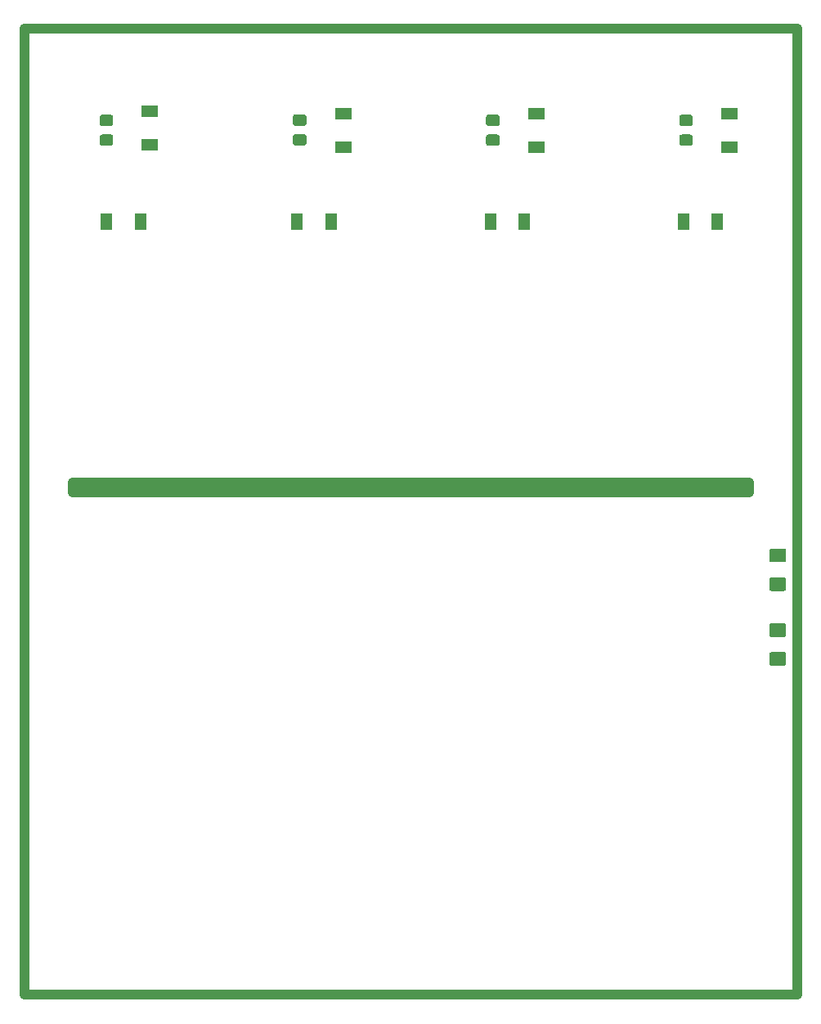
<source format=gbr>
%TF.GenerationSoftware,KiCad,Pcbnew,(5.1.0)-1*%
%TF.CreationDate,2019-09-30T23:49:38+02:00*%
%TF.ProjectId,KicadJE_SympleSeq,4b696361-644a-4455-9f53-796d706c6553,Rev A*%
%TF.SameCoordinates,Original*%
%TF.FileFunction,Paste,Bot*%
%TF.FilePolarity,Positive*%
%FSLAX46Y46*%
G04 Gerber Fmt 4.6, Leading zero omitted, Abs format (unit mm)*
G04 Created by KiCad (PCBNEW (5.1.0)-1) date 2019-09-30 23:49:38*
%MOMM*%
%LPD*%
G04 APERTURE LIST*
%ADD10C,1.000000*%
%ADD11C,0.150000*%
%ADD12C,1.425000*%
%ADD13C,1.150000*%
%ADD14R,1.700000X1.300000*%
%ADD15R,1.300000X1.700000*%
G04 APERTURE END LIST*
D10*
X105000000Y-96950000D02*
X105000000Y-97950000D01*
X175000000Y-96950000D02*
X175000000Y-97950000D01*
X105000000Y-96950000D02*
X175000000Y-96950000D01*
X175000000Y-97950000D02*
X105000000Y-97950000D01*
X180000000Y-50000000D02*
X100000000Y-50000000D01*
X180000000Y-150000000D02*
X180000000Y-50000000D01*
X100000000Y-150000000D02*
X180000000Y-150000000D01*
X100000000Y-50000000D02*
X100000000Y-150000000D01*
D11*
G36*
X178649504Y-103801204D02*
G01*
X178673773Y-103804804D01*
X178697571Y-103810765D01*
X178720671Y-103819030D01*
X178742849Y-103829520D01*
X178763893Y-103842133D01*
X178783598Y-103856747D01*
X178801777Y-103873223D01*
X178818253Y-103891402D01*
X178832867Y-103911107D01*
X178845480Y-103932151D01*
X178855970Y-103954329D01*
X178864235Y-103977429D01*
X178870196Y-104001227D01*
X178873796Y-104025496D01*
X178875000Y-104050000D01*
X178875000Y-104975000D01*
X178873796Y-104999504D01*
X178870196Y-105023773D01*
X178864235Y-105047571D01*
X178855970Y-105070671D01*
X178845480Y-105092849D01*
X178832867Y-105113893D01*
X178818253Y-105133598D01*
X178801777Y-105151777D01*
X178783598Y-105168253D01*
X178763893Y-105182867D01*
X178742849Y-105195480D01*
X178720671Y-105205970D01*
X178697571Y-105214235D01*
X178673773Y-105220196D01*
X178649504Y-105223796D01*
X178625000Y-105225000D01*
X177375000Y-105225000D01*
X177350496Y-105223796D01*
X177326227Y-105220196D01*
X177302429Y-105214235D01*
X177279329Y-105205970D01*
X177257151Y-105195480D01*
X177236107Y-105182867D01*
X177216402Y-105168253D01*
X177198223Y-105151777D01*
X177181747Y-105133598D01*
X177167133Y-105113893D01*
X177154520Y-105092849D01*
X177144030Y-105070671D01*
X177135765Y-105047571D01*
X177129804Y-105023773D01*
X177126204Y-104999504D01*
X177125000Y-104975000D01*
X177125000Y-104050000D01*
X177126204Y-104025496D01*
X177129804Y-104001227D01*
X177135765Y-103977429D01*
X177144030Y-103954329D01*
X177154520Y-103932151D01*
X177167133Y-103911107D01*
X177181747Y-103891402D01*
X177198223Y-103873223D01*
X177216402Y-103856747D01*
X177236107Y-103842133D01*
X177257151Y-103829520D01*
X177279329Y-103819030D01*
X177302429Y-103810765D01*
X177326227Y-103804804D01*
X177350496Y-103801204D01*
X177375000Y-103800000D01*
X178625000Y-103800000D01*
X178649504Y-103801204D01*
X178649504Y-103801204D01*
G37*
D12*
X178000000Y-104512500D03*
D11*
G36*
X178649504Y-106776204D02*
G01*
X178673773Y-106779804D01*
X178697571Y-106785765D01*
X178720671Y-106794030D01*
X178742849Y-106804520D01*
X178763893Y-106817133D01*
X178783598Y-106831747D01*
X178801777Y-106848223D01*
X178818253Y-106866402D01*
X178832867Y-106886107D01*
X178845480Y-106907151D01*
X178855970Y-106929329D01*
X178864235Y-106952429D01*
X178870196Y-106976227D01*
X178873796Y-107000496D01*
X178875000Y-107025000D01*
X178875000Y-107950000D01*
X178873796Y-107974504D01*
X178870196Y-107998773D01*
X178864235Y-108022571D01*
X178855970Y-108045671D01*
X178845480Y-108067849D01*
X178832867Y-108088893D01*
X178818253Y-108108598D01*
X178801777Y-108126777D01*
X178783598Y-108143253D01*
X178763893Y-108157867D01*
X178742849Y-108170480D01*
X178720671Y-108180970D01*
X178697571Y-108189235D01*
X178673773Y-108195196D01*
X178649504Y-108198796D01*
X178625000Y-108200000D01*
X177375000Y-108200000D01*
X177350496Y-108198796D01*
X177326227Y-108195196D01*
X177302429Y-108189235D01*
X177279329Y-108180970D01*
X177257151Y-108170480D01*
X177236107Y-108157867D01*
X177216402Y-108143253D01*
X177198223Y-108126777D01*
X177181747Y-108108598D01*
X177167133Y-108088893D01*
X177154520Y-108067849D01*
X177144030Y-108045671D01*
X177135765Y-108022571D01*
X177129804Y-107998773D01*
X177126204Y-107974504D01*
X177125000Y-107950000D01*
X177125000Y-107025000D01*
X177126204Y-107000496D01*
X177129804Y-106976227D01*
X177135765Y-106952429D01*
X177144030Y-106929329D01*
X177154520Y-106907151D01*
X177167133Y-106886107D01*
X177181747Y-106866402D01*
X177198223Y-106848223D01*
X177216402Y-106831747D01*
X177236107Y-106817133D01*
X177257151Y-106804520D01*
X177279329Y-106794030D01*
X177302429Y-106785765D01*
X177326227Y-106779804D01*
X177350496Y-106776204D01*
X177375000Y-106775000D01*
X178625000Y-106775000D01*
X178649504Y-106776204D01*
X178649504Y-106776204D01*
G37*
D12*
X178000000Y-107487500D03*
D11*
G36*
X178649504Y-111551204D02*
G01*
X178673773Y-111554804D01*
X178697571Y-111560765D01*
X178720671Y-111569030D01*
X178742849Y-111579520D01*
X178763893Y-111592133D01*
X178783598Y-111606747D01*
X178801777Y-111623223D01*
X178818253Y-111641402D01*
X178832867Y-111661107D01*
X178845480Y-111682151D01*
X178855970Y-111704329D01*
X178864235Y-111727429D01*
X178870196Y-111751227D01*
X178873796Y-111775496D01*
X178875000Y-111800000D01*
X178875000Y-112725000D01*
X178873796Y-112749504D01*
X178870196Y-112773773D01*
X178864235Y-112797571D01*
X178855970Y-112820671D01*
X178845480Y-112842849D01*
X178832867Y-112863893D01*
X178818253Y-112883598D01*
X178801777Y-112901777D01*
X178783598Y-112918253D01*
X178763893Y-112932867D01*
X178742849Y-112945480D01*
X178720671Y-112955970D01*
X178697571Y-112964235D01*
X178673773Y-112970196D01*
X178649504Y-112973796D01*
X178625000Y-112975000D01*
X177375000Y-112975000D01*
X177350496Y-112973796D01*
X177326227Y-112970196D01*
X177302429Y-112964235D01*
X177279329Y-112955970D01*
X177257151Y-112945480D01*
X177236107Y-112932867D01*
X177216402Y-112918253D01*
X177198223Y-112901777D01*
X177181747Y-112883598D01*
X177167133Y-112863893D01*
X177154520Y-112842849D01*
X177144030Y-112820671D01*
X177135765Y-112797571D01*
X177129804Y-112773773D01*
X177126204Y-112749504D01*
X177125000Y-112725000D01*
X177125000Y-111800000D01*
X177126204Y-111775496D01*
X177129804Y-111751227D01*
X177135765Y-111727429D01*
X177144030Y-111704329D01*
X177154520Y-111682151D01*
X177167133Y-111661107D01*
X177181747Y-111641402D01*
X177198223Y-111623223D01*
X177216402Y-111606747D01*
X177236107Y-111592133D01*
X177257151Y-111579520D01*
X177279329Y-111569030D01*
X177302429Y-111560765D01*
X177326227Y-111554804D01*
X177350496Y-111551204D01*
X177375000Y-111550000D01*
X178625000Y-111550000D01*
X178649504Y-111551204D01*
X178649504Y-111551204D01*
G37*
D12*
X178000000Y-112262500D03*
D11*
G36*
X178649504Y-114526204D02*
G01*
X178673773Y-114529804D01*
X178697571Y-114535765D01*
X178720671Y-114544030D01*
X178742849Y-114554520D01*
X178763893Y-114567133D01*
X178783598Y-114581747D01*
X178801777Y-114598223D01*
X178818253Y-114616402D01*
X178832867Y-114636107D01*
X178845480Y-114657151D01*
X178855970Y-114679329D01*
X178864235Y-114702429D01*
X178870196Y-114726227D01*
X178873796Y-114750496D01*
X178875000Y-114775000D01*
X178875000Y-115700000D01*
X178873796Y-115724504D01*
X178870196Y-115748773D01*
X178864235Y-115772571D01*
X178855970Y-115795671D01*
X178845480Y-115817849D01*
X178832867Y-115838893D01*
X178818253Y-115858598D01*
X178801777Y-115876777D01*
X178783598Y-115893253D01*
X178763893Y-115907867D01*
X178742849Y-115920480D01*
X178720671Y-115930970D01*
X178697571Y-115939235D01*
X178673773Y-115945196D01*
X178649504Y-115948796D01*
X178625000Y-115950000D01*
X177375000Y-115950000D01*
X177350496Y-115948796D01*
X177326227Y-115945196D01*
X177302429Y-115939235D01*
X177279329Y-115930970D01*
X177257151Y-115920480D01*
X177236107Y-115907867D01*
X177216402Y-115893253D01*
X177198223Y-115876777D01*
X177181747Y-115858598D01*
X177167133Y-115838893D01*
X177154520Y-115817849D01*
X177144030Y-115795671D01*
X177135765Y-115772571D01*
X177129804Y-115748773D01*
X177126204Y-115724504D01*
X177125000Y-115700000D01*
X177125000Y-114775000D01*
X177126204Y-114750496D01*
X177129804Y-114726227D01*
X177135765Y-114702429D01*
X177144030Y-114679329D01*
X177154520Y-114657151D01*
X177167133Y-114636107D01*
X177181747Y-114616402D01*
X177198223Y-114598223D01*
X177216402Y-114581747D01*
X177236107Y-114567133D01*
X177257151Y-114554520D01*
X177279329Y-114544030D01*
X177302429Y-114535765D01*
X177326227Y-114529804D01*
X177350496Y-114526204D01*
X177375000Y-114525000D01*
X178625000Y-114525000D01*
X178649504Y-114526204D01*
X178649504Y-114526204D01*
G37*
D12*
X178000000Y-115237500D03*
D11*
G36*
X108974505Y-60951204D02*
G01*
X108998773Y-60954804D01*
X109022572Y-60960765D01*
X109045671Y-60969030D01*
X109067850Y-60979520D01*
X109088893Y-60992132D01*
X109108599Y-61006747D01*
X109126777Y-61023223D01*
X109143253Y-61041401D01*
X109157868Y-61061107D01*
X109170480Y-61082150D01*
X109180970Y-61104329D01*
X109189235Y-61127428D01*
X109195196Y-61151227D01*
X109198796Y-61175495D01*
X109200000Y-61199999D01*
X109200000Y-61850001D01*
X109198796Y-61874505D01*
X109195196Y-61898773D01*
X109189235Y-61922572D01*
X109180970Y-61945671D01*
X109170480Y-61967850D01*
X109157868Y-61988893D01*
X109143253Y-62008599D01*
X109126777Y-62026777D01*
X109108599Y-62043253D01*
X109088893Y-62057868D01*
X109067850Y-62070480D01*
X109045671Y-62080970D01*
X109022572Y-62089235D01*
X108998773Y-62095196D01*
X108974505Y-62098796D01*
X108950001Y-62100000D01*
X108049999Y-62100000D01*
X108025495Y-62098796D01*
X108001227Y-62095196D01*
X107977428Y-62089235D01*
X107954329Y-62080970D01*
X107932150Y-62070480D01*
X107911107Y-62057868D01*
X107891401Y-62043253D01*
X107873223Y-62026777D01*
X107856747Y-62008599D01*
X107842132Y-61988893D01*
X107829520Y-61967850D01*
X107819030Y-61945671D01*
X107810765Y-61922572D01*
X107804804Y-61898773D01*
X107801204Y-61874505D01*
X107800000Y-61850001D01*
X107800000Y-61199999D01*
X107801204Y-61175495D01*
X107804804Y-61151227D01*
X107810765Y-61127428D01*
X107819030Y-61104329D01*
X107829520Y-61082150D01*
X107842132Y-61061107D01*
X107856747Y-61041401D01*
X107873223Y-61023223D01*
X107891401Y-61006747D01*
X107911107Y-60992132D01*
X107932150Y-60979520D01*
X107954329Y-60969030D01*
X107977428Y-60960765D01*
X108001227Y-60954804D01*
X108025495Y-60951204D01*
X108049999Y-60950000D01*
X108950001Y-60950000D01*
X108974505Y-60951204D01*
X108974505Y-60951204D01*
G37*
D13*
X108500000Y-61525000D03*
D11*
G36*
X108974505Y-58901204D02*
G01*
X108998773Y-58904804D01*
X109022572Y-58910765D01*
X109045671Y-58919030D01*
X109067850Y-58929520D01*
X109088893Y-58942132D01*
X109108599Y-58956747D01*
X109126777Y-58973223D01*
X109143253Y-58991401D01*
X109157868Y-59011107D01*
X109170480Y-59032150D01*
X109180970Y-59054329D01*
X109189235Y-59077428D01*
X109195196Y-59101227D01*
X109198796Y-59125495D01*
X109200000Y-59149999D01*
X109200000Y-59800001D01*
X109198796Y-59824505D01*
X109195196Y-59848773D01*
X109189235Y-59872572D01*
X109180970Y-59895671D01*
X109170480Y-59917850D01*
X109157868Y-59938893D01*
X109143253Y-59958599D01*
X109126777Y-59976777D01*
X109108599Y-59993253D01*
X109088893Y-60007868D01*
X109067850Y-60020480D01*
X109045671Y-60030970D01*
X109022572Y-60039235D01*
X108998773Y-60045196D01*
X108974505Y-60048796D01*
X108950001Y-60050000D01*
X108049999Y-60050000D01*
X108025495Y-60048796D01*
X108001227Y-60045196D01*
X107977428Y-60039235D01*
X107954329Y-60030970D01*
X107932150Y-60020480D01*
X107911107Y-60007868D01*
X107891401Y-59993253D01*
X107873223Y-59976777D01*
X107856747Y-59958599D01*
X107842132Y-59938893D01*
X107829520Y-59917850D01*
X107819030Y-59895671D01*
X107810765Y-59872572D01*
X107804804Y-59848773D01*
X107801204Y-59824505D01*
X107800000Y-59800001D01*
X107800000Y-59149999D01*
X107801204Y-59125495D01*
X107804804Y-59101227D01*
X107810765Y-59077428D01*
X107819030Y-59054329D01*
X107829520Y-59032150D01*
X107842132Y-59011107D01*
X107856747Y-58991401D01*
X107873223Y-58973223D01*
X107891401Y-58956747D01*
X107911107Y-58942132D01*
X107932150Y-58929520D01*
X107954329Y-58919030D01*
X107977428Y-58910765D01*
X108001227Y-58904804D01*
X108025495Y-58901204D01*
X108049999Y-58900000D01*
X108950001Y-58900000D01*
X108974505Y-58901204D01*
X108974505Y-58901204D01*
G37*
D13*
X108500000Y-59475000D03*
D11*
G36*
X128974505Y-58876204D02*
G01*
X128998773Y-58879804D01*
X129022572Y-58885765D01*
X129045671Y-58894030D01*
X129067850Y-58904520D01*
X129088893Y-58917132D01*
X129108599Y-58931747D01*
X129126777Y-58948223D01*
X129143253Y-58966401D01*
X129157868Y-58986107D01*
X129170480Y-59007150D01*
X129180970Y-59029329D01*
X129189235Y-59052428D01*
X129195196Y-59076227D01*
X129198796Y-59100495D01*
X129200000Y-59124999D01*
X129200000Y-59775001D01*
X129198796Y-59799505D01*
X129195196Y-59823773D01*
X129189235Y-59847572D01*
X129180970Y-59870671D01*
X129170480Y-59892850D01*
X129157868Y-59913893D01*
X129143253Y-59933599D01*
X129126777Y-59951777D01*
X129108599Y-59968253D01*
X129088893Y-59982868D01*
X129067850Y-59995480D01*
X129045671Y-60005970D01*
X129022572Y-60014235D01*
X128998773Y-60020196D01*
X128974505Y-60023796D01*
X128950001Y-60025000D01*
X128049999Y-60025000D01*
X128025495Y-60023796D01*
X128001227Y-60020196D01*
X127977428Y-60014235D01*
X127954329Y-60005970D01*
X127932150Y-59995480D01*
X127911107Y-59982868D01*
X127891401Y-59968253D01*
X127873223Y-59951777D01*
X127856747Y-59933599D01*
X127842132Y-59913893D01*
X127829520Y-59892850D01*
X127819030Y-59870671D01*
X127810765Y-59847572D01*
X127804804Y-59823773D01*
X127801204Y-59799505D01*
X127800000Y-59775001D01*
X127800000Y-59124999D01*
X127801204Y-59100495D01*
X127804804Y-59076227D01*
X127810765Y-59052428D01*
X127819030Y-59029329D01*
X127829520Y-59007150D01*
X127842132Y-58986107D01*
X127856747Y-58966401D01*
X127873223Y-58948223D01*
X127891401Y-58931747D01*
X127911107Y-58917132D01*
X127932150Y-58904520D01*
X127954329Y-58894030D01*
X127977428Y-58885765D01*
X128001227Y-58879804D01*
X128025495Y-58876204D01*
X128049999Y-58875000D01*
X128950001Y-58875000D01*
X128974505Y-58876204D01*
X128974505Y-58876204D01*
G37*
D13*
X128500000Y-59450000D03*
D11*
G36*
X128974505Y-60926204D02*
G01*
X128998773Y-60929804D01*
X129022572Y-60935765D01*
X129045671Y-60944030D01*
X129067850Y-60954520D01*
X129088893Y-60967132D01*
X129108599Y-60981747D01*
X129126777Y-60998223D01*
X129143253Y-61016401D01*
X129157868Y-61036107D01*
X129170480Y-61057150D01*
X129180970Y-61079329D01*
X129189235Y-61102428D01*
X129195196Y-61126227D01*
X129198796Y-61150495D01*
X129200000Y-61174999D01*
X129200000Y-61825001D01*
X129198796Y-61849505D01*
X129195196Y-61873773D01*
X129189235Y-61897572D01*
X129180970Y-61920671D01*
X129170480Y-61942850D01*
X129157868Y-61963893D01*
X129143253Y-61983599D01*
X129126777Y-62001777D01*
X129108599Y-62018253D01*
X129088893Y-62032868D01*
X129067850Y-62045480D01*
X129045671Y-62055970D01*
X129022572Y-62064235D01*
X128998773Y-62070196D01*
X128974505Y-62073796D01*
X128950001Y-62075000D01*
X128049999Y-62075000D01*
X128025495Y-62073796D01*
X128001227Y-62070196D01*
X127977428Y-62064235D01*
X127954329Y-62055970D01*
X127932150Y-62045480D01*
X127911107Y-62032868D01*
X127891401Y-62018253D01*
X127873223Y-62001777D01*
X127856747Y-61983599D01*
X127842132Y-61963893D01*
X127829520Y-61942850D01*
X127819030Y-61920671D01*
X127810765Y-61897572D01*
X127804804Y-61873773D01*
X127801204Y-61849505D01*
X127800000Y-61825001D01*
X127800000Y-61174999D01*
X127801204Y-61150495D01*
X127804804Y-61126227D01*
X127810765Y-61102428D01*
X127819030Y-61079329D01*
X127829520Y-61057150D01*
X127842132Y-61036107D01*
X127856747Y-61016401D01*
X127873223Y-60998223D01*
X127891401Y-60981747D01*
X127911107Y-60967132D01*
X127932150Y-60954520D01*
X127954329Y-60944030D01*
X127977428Y-60935765D01*
X128001227Y-60929804D01*
X128025495Y-60926204D01*
X128049999Y-60925000D01*
X128950001Y-60925000D01*
X128974505Y-60926204D01*
X128974505Y-60926204D01*
G37*
D13*
X128500000Y-61500000D03*
D11*
G36*
X148974505Y-60951204D02*
G01*
X148998773Y-60954804D01*
X149022572Y-60960765D01*
X149045671Y-60969030D01*
X149067850Y-60979520D01*
X149088893Y-60992132D01*
X149108599Y-61006747D01*
X149126777Y-61023223D01*
X149143253Y-61041401D01*
X149157868Y-61061107D01*
X149170480Y-61082150D01*
X149180970Y-61104329D01*
X149189235Y-61127428D01*
X149195196Y-61151227D01*
X149198796Y-61175495D01*
X149200000Y-61199999D01*
X149200000Y-61850001D01*
X149198796Y-61874505D01*
X149195196Y-61898773D01*
X149189235Y-61922572D01*
X149180970Y-61945671D01*
X149170480Y-61967850D01*
X149157868Y-61988893D01*
X149143253Y-62008599D01*
X149126777Y-62026777D01*
X149108599Y-62043253D01*
X149088893Y-62057868D01*
X149067850Y-62070480D01*
X149045671Y-62080970D01*
X149022572Y-62089235D01*
X148998773Y-62095196D01*
X148974505Y-62098796D01*
X148950001Y-62100000D01*
X148049999Y-62100000D01*
X148025495Y-62098796D01*
X148001227Y-62095196D01*
X147977428Y-62089235D01*
X147954329Y-62080970D01*
X147932150Y-62070480D01*
X147911107Y-62057868D01*
X147891401Y-62043253D01*
X147873223Y-62026777D01*
X147856747Y-62008599D01*
X147842132Y-61988893D01*
X147829520Y-61967850D01*
X147819030Y-61945671D01*
X147810765Y-61922572D01*
X147804804Y-61898773D01*
X147801204Y-61874505D01*
X147800000Y-61850001D01*
X147800000Y-61199999D01*
X147801204Y-61175495D01*
X147804804Y-61151227D01*
X147810765Y-61127428D01*
X147819030Y-61104329D01*
X147829520Y-61082150D01*
X147842132Y-61061107D01*
X147856747Y-61041401D01*
X147873223Y-61023223D01*
X147891401Y-61006747D01*
X147911107Y-60992132D01*
X147932150Y-60979520D01*
X147954329Y-60969030D01*
X147977428Y-60960765D01*
X148001227Y-60954804D01*
X148025495Y-60951204D01*
X148049999Y-60950000D01*
X148950001Y-60950000D01*
X148974505Y-60951204D01*
X148974505Y-60951204D01*
G37*
D13*
X148500000Y-61525000D03*
D11*
G36*
X148974505Y-58901204D02*
G01*
X148998773Y-58904804D01*
X149022572Y-58910765D01*
X149045671Y-58919030D01*
X149067850Y-58929520D01*
X149088893Y-58942132D01*
X149108599Y-58956747D01*
X149126777Y-58973223D01*
X149143253Y-58991401D01*
X149157868Y-59011107D01*
X149170480Y-59032150D01*
X149180970Y-59054329D01*
X149189235Y-59077428D01*
X149195196Y-59101227D01*
X149198796Y-59125495D01*
X149200000Y-59149999D01*
X149200000Y-59800001D01*
X149198796Y-59824505D01*
X149195196Y-59848773D01*
X149189235Y-59872572D01*
X149180970Y-59895671D01*
X149170480Y-59917850D01*
X149157868Y-59938893D01*
X149143253Y-59958599D01*
X149126777Y-59976777D01*
X149108599Y-59993253D01*
X149088893Y-60007868D01*
X149067850Y-60020480D01*
X149045671Y-60030970D01*
X149022572Y-60039235D01*
X148998773Y-60045196D01*
X148974505Y-60048796D01*
X148950001Y-60050000D01*
X148049999Y-60050000D01*
X148025495Y-60048796D01*
X148001227Y-60045196D01*
X147977428Y-60039235D01*
X147954329Y-60030970D01*
X147932150Y-60020480D01*
X147911107Y-60007868D01*
X147891401Y-59993253D01*
X147873223Y-59976777D01*
X147856747Y-59958599D01*
X147842132Y-59938893D01*
X147829520Y-59917850D01*
X147819030Y-59895671D01*
X147810765Y-59872572D01*
X147804804Y-59848773D01*
X147801204Y-59824505D01*
X147800000Y-59800001D01*
X147800000Y-59149999D01*
X147801204Y-59125495D01*
X147804804Y-59101227D01*
X147810765Y-59077428D01*
X147819030Y-59054329D01*
X147829520Y-59032150D01*
X147842132Y-59011107D01*
X147856747Y-58991401D01*
X147873223Y-58973223D01*
X147891401Y-58956747D01*
X147911107Y-58942132D01*
X147932150Y-58929520D01*
X147954329Y-58919030D01*
X147977428Y-58910765D01*
X148001227Y-58904804D01*
X148025495Y-58901204D01*
X148049999Y-58900000D01*
X148950001Y-58900000D01*
X148974505Y-58901204D01*
X148974505Y-58901204D01*
G37*
D13*
X148500000Y-59475000D03*
D11*
G36*
X168974505Y-58901204D02*
G01*
X168998773Y-58904804D01*
X169022572Y-58910765D01*
X169045671Y-58919030D01*
X169067850Y-58929520D01*
X169088893Y-58942132D01*
X169108599Y-58956747D01*
X169126777Y-58973223D01*
X169143253Y-58991401D01*
X169157868Y-59011107D01*
X169170480Y-59032150D01*
X169180970Y-59054329D01*
X169189235Y-59077428D01*
X169195196Y-59101227D01*
X169198796Y-59125495D01*
X169200000Y-59149999D01*
X169200000Y-59800001D01*
X169198796Y-59824505D01*
X169195196Y-59848773D01*
X169189235Y-59872572D01*
X169180970Y-59895671D01*
X169170480Y-59917850D01*
X169157868Y-59938893D01*
X169143253Y-59958599D01*
X169126777Y-59976777D01*
X169108599Y-59993253D01*
X169088893Y-60007868D01*
X169067850Y-60020480D01*
X169045671Y-60030970D01*
X169022572Y-60039235D01*
X168998773Y-60045196D01*
X168974505Y-60048796D01*
X168950001Y-60050000D01*
X168049999Y-60050000D01*
X168025495Y-60048796D01*
X168001227Y-60045196D01*
X167977428Y-60039235D01*
X167954329Y-60030970D01*
X167932150Y-60020480D01*
X167911107Y-60007868D01*
X167891401Y-59993253D01*
X167873223Y-59976777D01*
X167856747Y-59958599D01*
X167842132Y-59938893D01*
X167829520Y-59917850D01*
X167819030Y-59895671D01*
X167810765Y-59872572D01*
X167804804Y-59848773D01*
X167801204Y-59824505D01*
X167800000Y-59800001D01*
X167800000Y-59149999D01*
X167801204Y-59125495D01*
X167804804Y-59101227D01*
X167810765Y-59077428D01*
X167819030Y-59054329D01*
X167829520Y-59032150D01*
X167842132Y-59011107D01*
X167856747Y-58991401D01*
X167873223Y-58973223D01*
X167891401Y-58956747D01*
X167911107Y-58942132D01*
X167932150Y-58929520D01*
X167954329Y-58919030D01*
X167977428Y-58910765D01*
X168001227Y-58904804D01*
X168025495Y-58901204D01*
X168049999Y-58900000D01*
X168950001Y-58900000D01*
X168974505Y-58901204D01*
X168974505Y-58901204D01*
G37*
D13*
X168500000Y-59475000D03*
D11*
G36*
X168974505Y-60951204D02*
G01*
X168998773Y-60954804D01*
X169022572Y-60960765D01*
X169045671Y-60969030D01*
X169067850Y-60979520D01*
X169088893Y-60992132D01*
X169108599Y-61006747D01*
X169126777Y-61023223D01*
X169143253Y-61041401D01*
X169157868Y-61061107D01*
X169170480Y-61082150D01*
X169180970Y-61104329D01*
X169189235Y-61127428D01*
X169195196Y-61151227D01*
X169198796Y-61175495D01*
X169200000Y-61199999D01*
X169200000Y-61850001D01*
X169198796Y-61874505D01*
X169195196Y-61898773D01*
X169189235Y-61922572D01*
X169180970Y-61945671D01*
X169170480Y-61967850D01*
X169157868Y-61988893D01*
X169143253Y-62008599D01*
X169126777Y-62026777D01*
X169108599Y-62043253D01*
X169088893Y-62057868D01*
X169067850Y-62070480D01*
X169045671Y-62080970D01*
X169022572Y-62089235D01*
X168998773Y-62095196D01*
X168974505Y-62098796D01*
X168950001Y-62100000D01*
X168049999Y-62100000D01*
X168025495Y-62098796D01*
X168001227Y-62095196D01*
X167977428Y-62089235D01*
X167954329Y-62080970D01*
X167932150Y-62070480D01*
X167911107Y-62057868D01*
X167891401Y-62043253D01*
X167873223Y-62026777D01*
X167856747Y-62008599D01*
X167842132Y-61988893D01*
X167829520Y-61967850D01*
X167819030Y-61945671D01*
X167810765Y-61922572D01*
X167804804Y-61898773D01*
X167801204Y-61874505D01*
X167800000Y-61850001D01*
X167800000Y-61199999D01*
X167801204Y-61175495D01*
X167804804Y-61151227D01*
X167810765Y-61127428D01*
X167819030Y-61104329D01*
X167829520Y-61082150D01*
X167842132Y-61061107D01*
X167856747Y-61041401D01*
X167873223Y-61023223D01*
X167891401Y-61006747D01*
X167911107Y-60992132D01*
X167932150Y-60979520D01*
X167954329Y-60969030D01*
X167977428Y-60960765D01*
X168001227Y-60954804D01*
X168025495Y-60951204D01*
X168049999Y-60950000D01*
X168950001Y-60950000D01*
X168974505Y-60951204D01*
X168974505Y-60951204D01*
G37*
D13*
X168500000Y-61525000D03*
D14*
X113000000Y-62000000D03*
X113000000Y-58500000D03*
X133000000Y-58750000D03*
X133000000Y-62250000D03*
D15*
X112000000Y-70000000D03*
X108500000Y-70000000D03*
X128250000Y-70000000D03*
X131750000Y-70000000D03*
D14*
X153000000Y-58750000D03*
X153000000Y-62250000D03*
X173000000Y-62250000D03*
X173000000Y-58750000D03*
D15*
X148250000Y-70000000D03*
X151750000Y-70000000D03*
X171750000Y-70000000D03*
X168250000Y-70000000D03*
M02*

</source>
